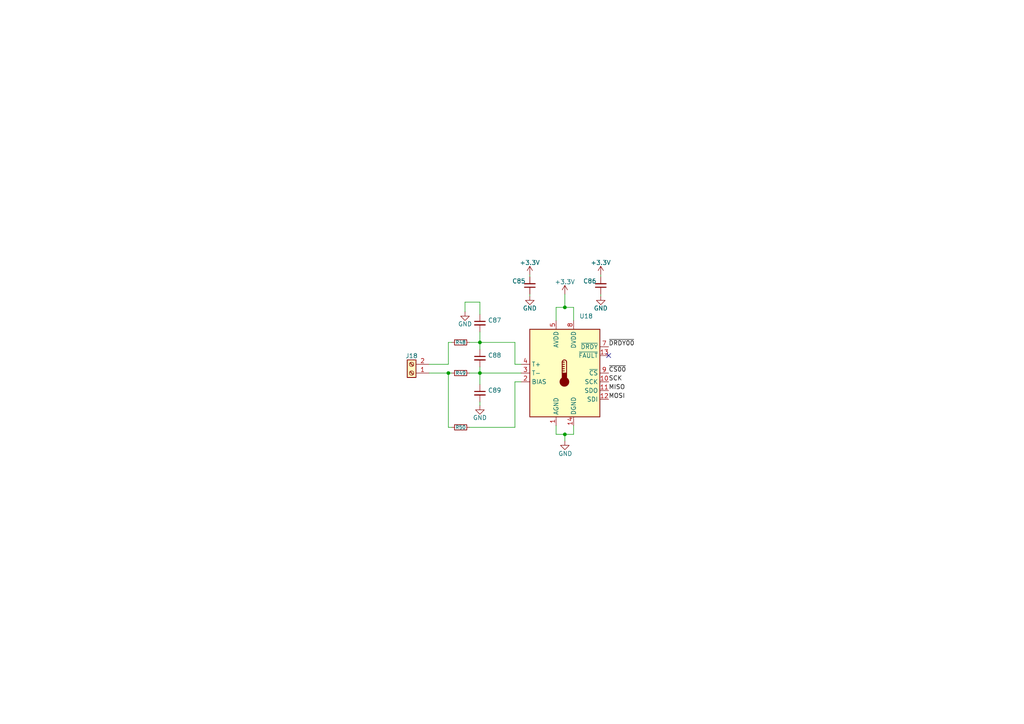
<source format=kicad_sch>
(kicad_sch (version 20211123) (generator eeschema)
  (paper "A4")
  (lib_symbols
    (symbol "Connector:Screw_Terminal_01x02" (pin_names (offset 1.016) hide)
      (property "Reference" "J" (at 0 2.54 0))
      (property "Value" "Screw_Terminal_01x02" (at 0 -5.08 0))
      (symbol "Screw_Terminal_01x02_1_1"
        (rectangle (start -1.27 1.27) (end 1.27 -3.81) (stroke (width 0.254)) (fill (type background)))
        (circle (center 0 -2.54) (radius 0.635) (stroke (width 0.1524)))
        (polyline (pts (xy -0.5334 -2.2098) (xy 0.3302 -3.048)) (stroke (width 0.1524)))
        (polyline (pts (xy -0.5334 0.3302) (xy 0.3302 -0.508)) (stroke (width 0.1524)))
        (polyline (pts (xy -0.3556 -2.032) (xy 0.508 -2.8702)) (stroke (width 0.1524)))
        (polyline (pts (xy -0.3556 0.508) (xy 0.508 -0.3302)) (stroke (width 0.1524)))
        (circle (center 0 0) (radius 0.635) (stroke (width 0.1524)))
        (pin passive line (at -5.08 0 0) (length 3.81) (name "Pin_1") (number "1"))
        (pin passive line (at -5.08 -2.54 0) (length 3.81) (name "Pin_2") (number "2"))
      )
    )
    (symbol "Device:C_Small" (pin_numbers hide) (pin_names (offset 0.254) hide)
      (property "Reference" "C" (at 0.254 1.778 0))
      (property "Value" "C_Small" (at 0.254 -2.032 0))
      (symbol "C_Small_0_1"
        (polyline (pts (xy -1.524 -0.508) (xy 1.524 -0.508)) (stroke (width 0.3302)))
        (polyline (pts (xy -1.524 0.508) (xy 1.524 0.508)) (stroke (width 0.3048)))
      )
      (symbol "C_Small_1_1"
        (pin passive line (at 0 2.54 270) (length 2.032) (name "~") (number "1"))
        (pin passive line (at 0 -2.54 90) (length 2.032) (name "~") (number "2"))
      )
    )
    (symbol "Device:R_Small" (pin_numbers hide) (pin_names (offset 0.254) hide)
      (property "Reference" "R" (at 0.762 0.508 0))
      (property "Value" "R_Small" (at 0.762 -1.016 0))
      (symbol "R_Small_0_1"
        (rectangle (start -0.762 1.778) (end 0.762 -1.778) (stroke (width 0.2032)))
      )
      (symbol "R_Small_1_1"
        (pin passive line (at 0 2.54 270) (length 0.762) (name "~") (number "1"))
        (pin passive line (at 0 -2.54 90) (length 0.762) (name "~") (number "2"))
      )
    )
    (symbol "Sensor_Temperature:MAX31856"
      (property "Reference" "U" (at -7.62 13.97 0))
      (property "Value" "MAX31856" (at 13.97 13.97 0))
      (symbol "MAX31856_0_1"
        (rectangle (start -10.16 12.7) (end 10.16 -12.7) (stroke (width 0.254)) (fill (type background)))
        (circle (center -0.127 -2.54) (radius 1.27) (stroke (width 0.254)) (fill (type outline)))
        (polyline (pts (xy -0.762 0.635) (xy -0.127 0.635)) (stroke (width 0.254)))
        (polyline (pts (xy -0.762 1.27) (xy -0.127 1.27)) (stroke (width 0.254)))
        (polyline (pts (xy -0.762 1.905) (xy -0.127 1.905)) (stroke (width 0.254)))
        (polyline (pts (xy -0.762 2.54) (xy -0.127 2.54)) (stroke (width 0.254)))
        (polyline (pts (xy -0.762 3.175) (xy -0.762 0)) (stroke (width 0.254)))
        (polyline (pts (xy -0.762 3.175) (xy -0.127 3.175)) (stroke (width 0.254)))
        (polyline (pts (xy 0.508 3.175) (xy 0.508 0)) (stroke (width 0.254)))
        (rectangle (start 0.508 -1.905) (end -0.762 0) (stroke (width 0.254)) (fill (type outline)))
        (arc (start 0.508 3.175) (mid -0.127 3.81) (end -0.762 3.175) (stroke (width 0.254)))
      )
      (symbol "MAX31856_1_1"
        (pin power_in line (at -2.54 -15.24 90) (length 2.54) (name "AGND") (number "1"))
        (pin input line (at 12.7 -2.54 180) (length 2.54) (name "SCK") (number "10"))
        (pin output line (at 12.7 -5.08 180) (length 2.54) (name "SDO") (number "11"))
        (pin input line (at 12.7 -7.62 180) (length 2.54) (name "SDI") (number "12"))
        (pin output line (at 12.7 5.08 180) (length 2.54) (name "~{FAULT}") (number "13"))
        (pin power_in line (at 2.54 -15.24 90) (length 2.54) (name "DGND") (number "14"))
        (pin input line (at -12.7 -2.54 0) (length 2.54) (name "BIAS") (number "2"))
        (pin input line (at -12.7 0 0) (length 2.54) (name "T-") (number "3"))
        (pin input line (at -12.7 2.54 0) (length 2.54) (name "T+") (number "4"))
        (pin power_in line (at -2.54 15.24 270) (length 2.54) (name "AVDD") (number "5"))
        (pin no_connect line (at -10.16 -7.62 0) (length 2.54) hide (name "DNC") (number "6"))
        (pin output line (at 12.7 7.62 180) (length 2.54) (name "~{DRDY}") (number "7"))
        (pin power_in line (at 2.54 15.24 270) (length 2.54) (name "DVDD") (number "8"))
        (pin input line (at 12.7 0 180) (length 2.54) (name "~{CS}") (number "9"))
      )
    )
    (symbol "power:+3.3V" (power) (pin_names (offset 0))
      (property "Value" "+3.3V" (at 0 3.556 0))
      (symbol "+3.3V_0_1"
        (polyline (pts (xy -0.762 1.27) (xy 0 2.54)))
        (polyline (pts (xy 0 0) (xy 0 2.54)))
        (polyline (pts (xy 0 2.54) (xy 0.762 1.27)))
      )
      (symbol "+3.3V_1_1"
        (pin power_in line (at 0 0 90) (length 0) hide (name "+3.3V") (number "1"))
      )
    )
    (symbol "power:GND" (power) (pin_names (offset 0))
      (property "Value" "GND" (at 0 -3.81 0))
      (symbol "GND_0_1"
        (polyline (pts (xy 0 0) (xy 0 -1.27) (xy 1.27 -1.27) (xy 0 -2.54) (xy -1.27 -1.27) (xy 0 -1.27)))
      )
      (symbol "GND_1_1"
        (pin power_in line (at 0 0 270) (length 0) hide (name "GND") (number "1"))
      )
    )
  )
  (junction (at 130.048 108.204))
  (junction (at 163.83 125.984))
  (junction (at 139.192 108.204))
  (junction (at 139.192 99.314))
  (junction (at 163.83 89.154))
  (no_connect (at 176.53 103.124))
  (wire (pts (xy 163.83 89.154) (xy 166.37 89.154)))
  (wire (pts (xy 163.83 85.344) (xy 163.83 89.154)))
  (wire (pts (xy 130.048 99.314) (xy 131.064 99.314)))
  (wire (pts (xy 130.048 123.952) (xy 131.064 123.952)))
  (wire (pts (xy 139.192 116.586) (xy 139.192 117.602)))
  (wire (pts (xy 139.192 108.204) (xy 139.192 111.506)))
  (wire (pts (xy 139.192 108.204) (xy 151.13 108.204)))
  (wire (pts (xy 151.13 105.664) (xy 149.352 105.664)))
  (wire (pts (xy 174.244 79.756) (xy 174.244 80.264)))
  (wire (pts (xy 149.352 105.664) (xy 149.352 99.314)))
  (wire (pts (xy 149.352 123.952) (xy 136.144 123.952)))
  (wire (pts (xy 153.67 85.344) (xy 153.67 85.852)))
  (wire (pts (xy 124.46 108.204) (xy 130.048 108.204)))
  (wire (pts (xy 163.83 125.984) (xy 163.83 127.889)))
  (wire (pts (xy 124.46 105.664) (xy 130.048 105.664)))
  (wire (pts (xy 149.352 110.744) (xy 149.352 123.952)))
  (wire (pts (xy 136.144 108.204) (xy 139.192 108.204)))
  (wire (pts (xy 139.192 99.314) (xy 139.192 101.346)))
  (wire (pts (xy 130.048 108.204) (xy 131.064 108.204)))
  (wire (pts (xy 134.874 87.63) (xy 134.874 90.424)))
  (wire (pts (xy 130.048 108.204) (xy 130.048 123.952)))
  (wire (pts (xy 161.29 92.964) (xy 161.29 89.154)))
  (wire (pts (xy 139.192 106.426) (xy 139.192 108.204)))
  (wire (pts (xy 139.192 87.63) (xy 134.874 87.63)))
  (wire (pts (xy 139.192 96.266) (xy 139.192 99.314)))
  (wire (pts (xy 136.144 99.314) (xy 139.192 99.314)))
  (wire (pts (xy 130.048 99.314) (xy 130.048 105.664)))
  (wire (pts (xy 174.244 85.344) (xy 174.244 85.852)))
  (wire (pts (xy 166.37 89.154) (xy 166.37 92.964)))
  (wire (pts (xy 166.37 125.984) (xy 166.37 123.444)))
  (wire (pts (xy 161.29 123.444) (xy 161.29 125.984)))
  (wire (pts (xy 151.13 110.744) (xy 149.352 110.744)))
  (wire (pts (xy 163.83 125.984) (xy 166.37 125.984)))
  (wire (pts (xy 139.192 91.186) (xy 139.192 87.63)))
  (wire (pts (xy 161.29 89.154) (xy 163.83 89.154)))
  (wire (pts (xy 161.29 125.984) (xy 163.83 125.984)))
  (wire (pts (xy 153.67 79.756) (xy 153.67 80.264)))
  (wire (pts (xy 149.352 99.314) (xy 139.192 99.314)))
  (label "~{CS00}" (at 176.53 108.204 0))
  (label "SCK" (at 176.53 110.744 0))
  (label "MISO" (at 176.53 113.284 0))
  (label "MOSI" (at 176.53 115.824 0))
  (label "~{DRDY00}" (at 176.53 100.584 0))
  (symbol (lib_id "power:+3.3V") (at 153.67 79.756 0) (unit 1)
    (property "Reference" "#PWR0136" (effects hide))
  )
  (symbol (lib_id "Connector:Screw_Terminal_01x02") (at 119.38 108.204 180) (unit 1)
    (property "Reference" "J18" (at 119.38 103.2312 0))
  )
  (symbol (lib_id "Device:C_Small") (at 153.67 82.804 0) (mirror x) (unit 1)
    (property "Reference" "C85" (at 150.495 81.534 0))
  )
  (symbol (lib_id "power:GND") (at 163.83 127.889 0) (unit 1)
    (property "Reference" "#PWR0143" (effects hide))
  )
  (symbol (lib_id "Device:C_Small") (at 139.192 93.726 0) (unit 1)
    (property "Reference" "C87" (at 141.5161 92.8976 0) (effects (justify left)))
  )
  (symbol (lib_id "Device:C_Small") (at 139.192 103.886 0) (unit 1)
    (property "Reference" "C88" (at 141.5161 103.0576 0) (effects (justify left)))
  )
  (symbol (lib_id "Device:R_Small") (at 133.604 123.952 90) (unit 1)
    (property "Reference" "R50" (at 133.604 123.952 90) (effects (font (size 1 1))))
  )
  (symbol (lib_id "Sensor_Temperature:MAX31856") (at 163.83 108.204 0) (unit 1)
    (property "Reference" "U18" (at 168.021 91.6971 0) (effects (justify left)))
    (property "Datasheet" "https://datasheets.maximintegrated.com/en/ds/MAX31856.pdf" (effects hide))
  )
  (symbol (lib_id "Device:C_Small") (at 174.244 82.804 0) (mirror x) (unit 1)
    (property "Reference" "C86" (at 171.069 81.534 0))
  )
  (symbol (lib_id "power:GND") (at 153.67 85.852 0) (mirror y) (unit 1)
    (property "Reference" "#PWR0139" (effects hide))
  )
  (symbol (lib_id "Device:C_Small") (at 139.192 114.046 0) (unit 1)
    (property "Reference" "C89" (at 141.5161 113.2176 0) (effects (justify left)))
  )
  (symbol (lib_id "power:+3.3V") (at 174.244 79.756 0) (unit 1)
    (property "Reference" "#PWR0137" (effects hide))
  )
  (symbol (lib_id "Device:R_Small") (at 133.604 108.204 90) (unit 1)
    (property "Reference" "R49" (at 133.604 108.204 90) (effects (font (size 1 1))))
  )
  (symbol (lib_id "power:GND") (at 139.192 117.602 0) (mirror y) (unit 1)
    (property "Reference" "#PWR0142" (effects hide))
  )
  (symbol (lib_id "Device:R_Small") (at 133.604 99.314 90) (unit 1)
    (property "Reference" "R48" (at 133.604 99.314 90) (effects (font (size 1 1))))
  )
  (symbol (lib_id "power:+3.3V") (at 163.83 85.344 0) (unit 1)
    (property "Reference" "#PWR0138" (effects hide))
  )
  (symbol (lib_id "power:GND") (at 174.244 85.852 0) (mirror y) (unit 1)
    (property "Reference" "#PWR0140" (effects hide))
  )
  (symbol (lib_id "power:GND") (at 134.874 90.424 0) (mirror y) (unit 1)
    (property "Reference" "#PWR0141" (effects hide))
  )
)
</source>
